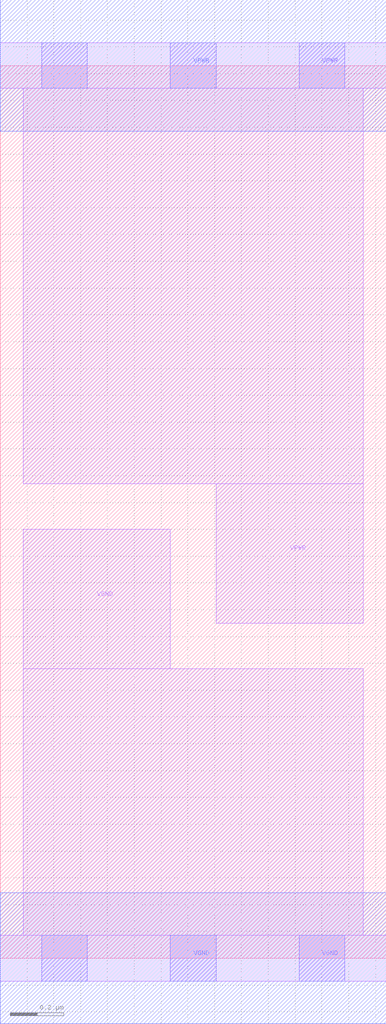
<source format=lef>
# Copyright 2020 The SkyWater PDK Authors
#
# Licensed under the Apache License, Version 2.0 (the "License");
# you may not use this file except in compliance with the License.
# You may obtain a copy of the License at
#
#     https://www.apache.org/licenses/LICENSE-2.0
#
# Unless required by applicable law or agreed to in writing, software
# distributed under the License is distributed on an "AS IS" BASIS,
# WITHOUT WARRANTIES OR CONDITIONS OF ANY KIND, either express or implied.
# See the License for the specific language governing permissions and
# limitations under the License.
#
# SPDX-License-Identifier: Apache-2.0

VERSION 5.7 ;
  NAMESCASESENSITIVE ON ;
  NOWIREEXTENSIONATPIN ON ;
  DIVIDERCHAR "/" ;
  BUSBITCHARS "[]" ;
UNITS
  DATABASE MICRONS 200 ;
END UNITS
MACRO sky130_fd_sc_ls__decaphe_3
  CLASS CORE ;
  SOURCE USER ;
  FOREIGN sky130_fd_sc_ls__decaphe_3 ;
  ORIGIN  0.000000  0.000000 ;
  SIZE  1.440000 BY  3.330000 ;
  SYMMETRY X Y R90 ;
  SITE unit ;
  PIN VGND
    DIRECTION INOUT ;
    SHAPE ABUTMENT ;
    USE GROUND ;
    PORT
      LAYER li1 ;
        RECT 0.000000 -0.085000 1.440000 0.085000 ;
        RECT 0.085000  0.085000 1.355000 1.080000 ;
        RECT 0.085000  1.080000 0.635000 1.600000 ;
      LAYER mcon ;
        RECT 0.155000 -0.085000 0.325000 0.085000 ;
        RECT 0.635000 -0.085000 0.805000 0.085000 ;
        RECT 1.115000 -0.085000 1.285000 0.085000 ;
      LAYER met1 ;
        RECT 0.000000 -0.245000 1.440000 0.245000 ;
    END
  END VGND
  PIN VPWR
    DIRECTION INOUT ;
    SHAPE ABUTMENT ;
    USE POWER ;
    PORT
      LAYER li1 ;
        RECT 0.000000 3.245000 1.440000 3.415000 ;
        RECT 0.085000 1.770000 1.355000 3.245000 ;
        RECT 0.805000 1.250000 1.355000 1.770000 ;
      LAYER mcon ;
        RECT 0.155000 3.245000 0.325000 3.415000 ;
        RECT 0.635000 3.245000 0.805000 3.415000 ;
        RECT 1.115000 3.245000 1.285000 3.415000 ;
      LAYER met1 ;
        RECT 0.000000 3.085000 1.440000 3.575000 ;
    END
  END VPWR
END sky130_fd_sc_ls__decaphe_3

</source>
